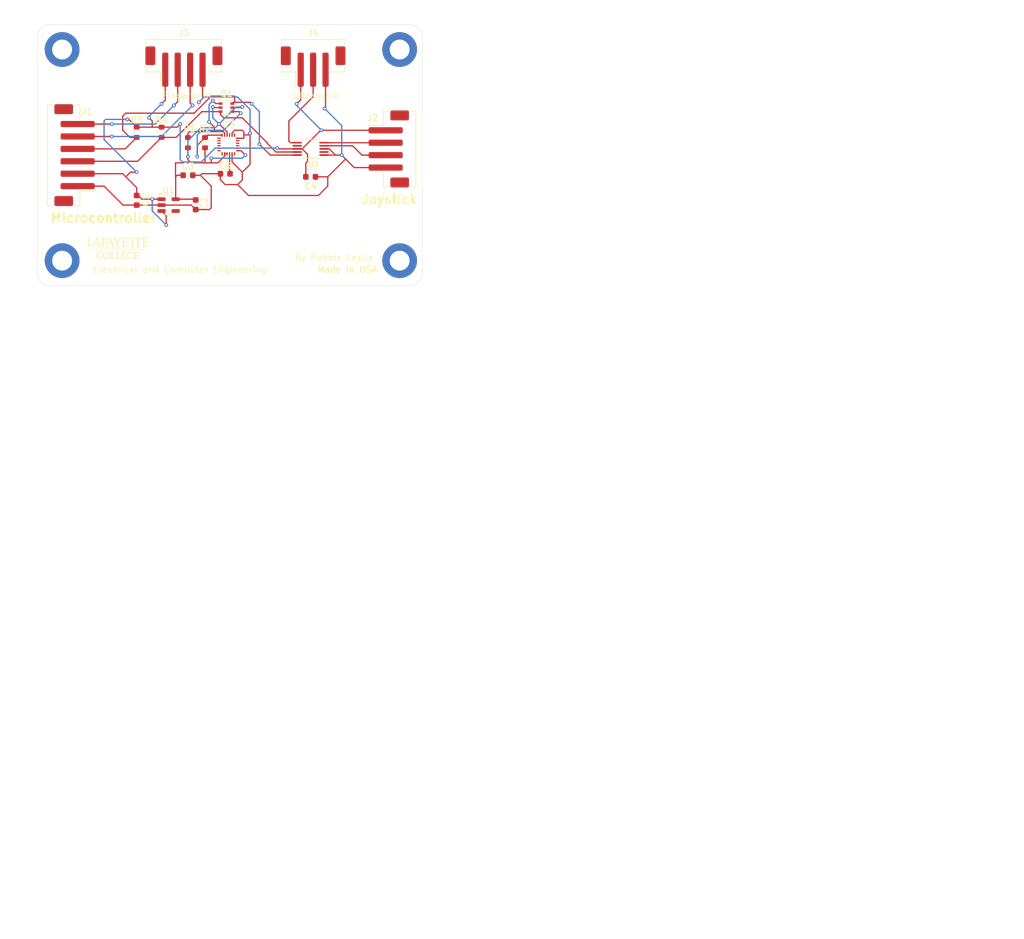
<source format=kicad_pcb>
(kicad_pcb (version 20240108) (generator "pcbnew") (generator_version "8.0")
  (layers (0 "F.Cu" signal) (31 "B.Cu" signal) (34 "B.Paste" user) (35 "F.Paste" user) (36 "B.SilkS" user "B.Silkscreen") (37 "F.SilkS" user "F.Silkscreen") (38 "B.Mask" user) (39 "F.Mask" user) (44 "Edge.Cuts" user))
  (net 0 "")
  (net 1 "/SCL")
  (net 2 "/SDA")
  (net 3 "/A3")
  (net 4 "/A1")
  (net 5 "/A0")
  (net 6 "/A2")
  (net 7 "/GND")
  (net 9 "/3.3V")
  (net 10 "/1.8V")
  (net 11 "Net-(U3-REGOUT)")
  (net 12 "/SCL_1.8V")
  (net 13 "/SDA_1.8V")
  (net 28 "/RX")
  (net 29 "/TX")
  (footprint "Sensor_Motion:InvenSense_QFN-24_3x3mm_P0.4mm" (layer "F.Cu") (at 156.75 66.29)
    (property "Reference" "U3" (at 0 -3.25 0) (layer "F.SilkS"))
    (property "Value" "ICM-20948")
    (pad "1" smd roundrect (at -1.5 -1) (size 0.55 0.2) (layers "F.Cu" "F.Paste" "F.Mask"))
    (pad "2" smd roundrect (at -1.5 -0.6) (size 0.55 0.2) (layers "F.Cu" "F.Paste" "F.Mask"))
    (pad "3" smd roundrect (at -1.5 -0.2) (size 0.55 0.2) (layers "F.Cu" "F.Paste" "F.Mask"))
    (pad "4" smd roundrect (at -1.5 0.2) (size 0.55 0.2) (layers "F.Cu" "F.Paste" "F.Mask"))
    (pad "5" smd roundrect (at -1.5 0.6) (size 0.55 0.2) (layers "F.Cu" "F.Paste" "F.Mask"))
    (pad "6" smd roundrect (at -1.5 1) (size 0.55 0.2) (layers "F.Cu" "F.Paste" "F.Mask"))
    (pad "7" smd roundrect (at -1 1.5 90) (size 0.55 0.2) (layers "F.Cu" "F.Paste" "F.Mask"))
    (pad "8" smd roundrect (at -0.6 1.5 90) (size 0.55 0.2) (layers "F.Cu" "F.Paste" "F.Mask") (net 10 "/1.8V"))
    (pad "9" smd roundrect (at -0.2 1.5 90) (size 0.55 0.2) (layers "F.Cu" "F.Paste" "F.Mask") (net 10 "/1.8V"))
    (pad "10" smd roundrect (at 0.2 1.5 90) (size 0.55 0.2) (layers "F.Cu" "F.Paste" "F.Mask") (net 11 "Net-(U3-REGOUT)"))
    (pad "11" smd roundrect (at 0.6 1.5 90) (size 0.55 0.2) (layers "F.Cu" "F.Paste" "F.Mask") (net 7 "/GND"))
    (pad "12" smd roundrect (at 1 1.5 90) (size 0.55 0.2) (layers "F.Cu" "F.Paste" "F.Mask"))
    (pad "13" smd roundrect (at 1.5 1) (size 0.55 0.2) (layers "F.Cu" "F.Paste" "F.Mask") (net 10 "/1.8V"))
    (pad "14" smd roundrect (at 1.5 0.6) (size 0.55 0.2) (layers "F.Cu" "F.Paste" "F.Mask"))
    (pad "15" smd roundrect (at 1.5 0.2) (size 0.55 0.2) (layers "F.Cu" "F.Paste" "F.Mask"))
    (pad "16" smd roundrect (at 1.5 -0.2) (size 0.55 0.2) (layers "F.Cu" "F.Paste" "F.Mask"))
    (pad "17" smd roundrect (at 1.5 -0.6) (size 0.55 0.2) (layers "F.Cu" "F.Paste" "F.Mask"))
    (pad "18" smd roundrect (at 1.5 -1) (size 0.55 0.2) (layers "F.Cu" "F.Paste" "F.Mask") (net 7 "/GND"))
    (pad "19" smd roundrect (at 1 -1.5 90) (size 0.55 0.2) (layers "F.Cu" "F.Paste" "F.Mask"))
    (pad "20" smd roundrect (at 0.6 -1.5 90) (size 0.55 0.2) (layers "F.Cu" "F.Paste" "F.Mask") (net 7 "/GND"))
    (pad "21" smd roundrect (at 0.2 -1.5 90) (size 0.55 0.2) (layers "F.Cu" "F.Paste" "F.Mask"))
    (pad "22" smd roundrect (at -0.2 -1.5 90) (size 0.55 0.2) (layers "F.Cu" "F.Paste" "F.Mask") (net 10 "/1.8V"))
    (pad "23" smd roundrect (at -0.6 -1.5 90) (size 0.55 0.2) (layers "F.Cu" "F.Paste" "F.Mask") (net 12 "/SCL_1.8V"))
    (pad "24" smd roundrect (at -1 -1.5 90) (size 0.55 0.2) (layers "F.Cu" "F.Paste" "F.Mask") (net 13 "/SDA_1.8V"))
  )
  (footprint "Capacitor_SMD:C_0603_1608Metric" (layer "F.Cu") (at 170 71.5)
    (property "Reference" "C4" (at 0 1.5 0) (layer "F.SilkS"))
    (property "Value" "10uF")
    (pad "1" smd roundrect (at -0.775 0) (size 0.9 0.95) (layers "F.Cu" "F.Paste" "F.Mask") (net 9 "/3.3V"))
    (pad "2" smd roundrect (at 0.775 0) (size 0.9 0.95) (layers "F.Cu" "F.Paste" "F.Mask") (net 7 "/GND"))
  )
  (footprint "Capacitor_SMD:C_0603_1608Metric" (layer "F.Cu") (at 151.5 76 -90)
    (property "Reference" "C2" (at -0.25 -1.43 90) (layer "F.SilkS"))
    (property "Value" "10uF")
    (pad "1" smd roundrect (at -0.775 0 270) (size 0.9 0.95) (layers "F.Cu" "F.Paste" "F.Mask") (net 10 "/1.8V"))
    (pad "2" smd roundrect (at 0.775 0 270) (size 0.9 0.95) (layers "F.Cu" "F.Paste" "F.Mask") (net 7 "/GND"))
  )
  (footprint "Library:SOP50P490X110-10N" (layer "F.Cu") (at 170 67 180)
    (property "Reference" "U2" (at -0.46 -2.508 0) (layer "F.SilkS") (effects (font (size 0.8 0.8))))
    (property "Value" "ADS1115IDGSR")
    (pad "1" smd roundrect (at -2.15 -1 180) (size 1.47 0.28) (layers "F.Cu" "F.Paste" "F.Mask") (roundrect_rratio 0.125) (net 7 "/GND"))
    (pad "2" smd roundrect (at -2.15 -0.5 180) (size 1.47 0.28) (layers "F.Cu" "F.Paste" "F.Mask") (roundrect_rratio 0.125))
    (pad "3" smd roundrect (at -2.15 0 180) (size 1.47 0.28) (layers "F.Cu" "F.Paste" "F.Mask") (roundrect_rratio 0.125) (net 7 "/GND"))
    (pad "4" smd roundrect (at -2.15 0.5 180) (size 1.47 0.28) (layers "F.Cu" "F.Paste" "F.Mask") (roundrect_rratio 0.125) (net 5 "/A0"))
    (pad "5" smd roundrect (at -2.15 1 180) (size 1.47 0.28) (layers "F.Cu" "F.Paste" "F.Mask") (roundrect_rratio 0.125) (net 4 "/A1"))
    (pad "6" smd roundrect (at 2.15 1 180) (size 1.47 0.28) (layers "F.Cu" "F.Paste" "F.Mask") (roundrect_rratio 0.125) (net 6 "/A2"))
    (pad "7" smd roundrect (at 2.15 0.5 180) (size 1.47 0.28) (layers "F.Cu" "F.Paste" "F.Mask") (roundrect_rratio 0.125) (net 3 "/A3"))
    (pad "8" smd roundrect (at 2.15 0 180) (size 1.47 0.28) (layers "F.Cu" "F.Paste" "F.Mask") (roundrect_rratio 0.125) (net 9 "/3.3V"))
    (pad "9" smd roundrect (at 2.15 -0.5 180) (size 1.47 0.28) (layers "F.Cu" "F.Paste" "F.Mask") (roundrect_rratio 0.125) (net 2 "/SDA"))
    (pad "10" smd roundrect (at 2.15 -1 180) (size 1.47 0.28) (layers "F.Cu" "F.Paste" "F.Mask") (roundrect_rratio 0.125) (net 1 "/SCL"))
  )
  (footprint "Resistor_SMD:R_0603_1608Metric" (layer "F.Cu") (at 153 66 90)
    (property "Reference" "R2" (at 2.25 0 180) (layer "F.SilkS"))
    (property "Value" "4.7k")
    (pad "1" smd roundrect (at -0.825 0 90) (size 0.8 0.95) (layers "F.Cu" "F.Paste" "F.Mask") (net 10 "/1.8V"))
    (pad "2" smd roundrect (at 0.825 0 90) (size 0.8 0.95) (layers "F.Cu" "F.Paste" "F.Mask") (net 13 "/SDA_1.8V"))
  )
  (footprint "MountingHole:MountingHole_3.2mm_M3_DIN965_Pad_TopBottom" (layer "F.Cu") (at 184.325 85)
    (property "Reference" "H4" (hide yes))
    (property "Value" "MountingHole")
    (pad "1" thru_hole circle (at 0 0) (size 3.6 3.6) (drill 3.2) (layers "*.Cu" "*.Mask"))
    (pad "1" connect circle (at 0 0) (size 5.6 5.6) (layers "F.Cu" "F.Mask"))
    (pad "1" connect circle (at 0 0) (size 5.6 5.6) (layers "B.Cu" "B.Mask"))
  )
  (footprint "Capacitor_SMD:C_0603_1608Metric" (layer "F.Cu") (at 150.25 71.25)
    (property "Reference" "C3" (at 0 -1.43 0) (layer "F.SilkS"))
    (property "Value" "0.1uF")
    (pad "1" smd roundrect (at -0.775 0) (size 0.9 0.95) (layers "F.Cu" "F.Paste" "F.Mask") (net 10 "/1.8V"))
    (pad "2" smd roundrect (at 0.775 0) (size 0.9 0.95) (layers "F.Cu" "F.Paste" "F.Mask") (net 7 "/GND"))
  )
  (footprint "MountingHole:MountingHole_3.2mm_M3_DIN965_Pad_TopBottom" (layer "F.Cu") (at 184.325 51)
    (property "Reference" "H2" (hide yes))
    (property "Value" "MountingHole")
    (pad "1" thru_hole circle (at 0 0) (size 3.6 3.6) (drill 3.2) (layers "*.Cu" "*.Mask"))
    (pad "1" connect circle (at 0 0) (size 5.6 5.6) (layers "F.Cu" "F.Mask"))
    (pad "1" connect circle (at 0 0) (size 5.6 5.6) (layers "B.Cu" "B.Mask"))
  )
  (footprint "MountingHole:MountingHole_3.2mm_M3_DIN965_Pad_TopBottom" (layer "F.Cu") (at 130 85)
    (property "Reference" "H3" (hide yes))
    (property "Value" "MountingHole")
    (pad "1" thru_hole circle (at 0 0) (size 3.6 3.6) (drill 3.2) (layers "*.Cu" "*.Mask"))
    (pad "1" connect circle (at 0 0) (size 5.6 5.6) (layers "F.Cu" "F.Mask"))
    (pad "1" connect circle (at 0 0) (size 5.6 5.6) (layers "B.Cu" "B.Mask"))
  )
  (footprint "Package_TO_SOT_SMD:SOT-363_SC-70-6" (layer "F.Cu") (at 156.45 60.35)
    (property "Reference" "Q1" (at 0 -2.25 360) (layer "F.SilkS"))
    (property "Value" "~")
    (pad "1" smd roundrect (at -0.95 -0.65) (size 0.65 0.4) (layers "F.Cu" "F.Paste" "F.Mask") (net 12 "/SCL_1.8V"))
    (pad "2" smd roundrect (at -0.95 0) (size 0.65 0.4) (layers "F.Cu" "F.Paste" "F.Mask") (net 10 "/1.8V"))
    (pad "3" smd roundrect (at -0.95 0.65) (size 0.65 0.4) (layers "F.Cu" "F.Paste" "F.Mask") (net 2 "/SDA"))
    (pad "4" smd roundrect (at 0.95 0.65) (size 0.65 0.4) (layers "F.Cu" "F.Paste" "F.Mask") (net 13 "/SDA_1.8V"))
    (pad "5" smd roundrect (at 0.95 0) (size 0.65 0.4) (layers "F.Cu" "F.Paste" "F.Mask") (net 10 "/1.8V"))
    (pad "6" smd roundrect (at 0.95 -0.65) (size 0.65 0.4) (layers "F.Cu" "F.Paste" "F.Mask") (net 1 "/SCL"))
  )
  (footprint "LOGO" (layer "F.Cu") (at 139 83)
    (property "Reference" "G***" (hide yes))
    (property "Value" "LOGO" (hide yes))
  )
  (footprint "Resistor_SMD:R_0603_1608Metric" (layer "F.Cu") (at 146 64.325 90)
    (property "Reference" "R4" (at 2 0 180) (layer "F.SilkS"))
    (property "Value" "4.7k")
    (pad "1" smd roundrect (at -0.825 0 90) (size 0.8 0.95) (layers "F.Cu" "F.Paste" "F.Mask") (net 2 "/SDA"))
    (pad "2" smd roundrect (at 0.825 0 90) (size 0.8 0.95) (layers "F.Cu" "F.Paste" "F.Mask") (net 9 "/3.3V"))
  )
  (footprint "Resistor_SMD:R_0603_1608Metric" (layer "F.Cu") (at 150.25 66 90)
    (property "Reference" "R1" (at 2.25 0.25 180) (layer "F.SilkS"))
    (property "Value" "4.7k")
    (pad "1" smd roundrect (at -0.825 0 90) (size 0.8 0.95) (layers "F.Cu" "F.Paste" "F.Mask") (net 10 "/1.8V"))
    (pad "2" smd roundrect (at 0.825 0 90) (size 0.8 0.95) (layers "F.Cu" "F.Paste" "F.Mask") (net 12 "/SCL_1.8V"))
  )
  (footprint "Package_TO_SOT_SMD:SOT-23-5" (layer "F.Cu") (at 147.1375 76.05)
    (property "Reference" "U1" (at 0 -2.4 0) (layer "F.SilkS"))
    (property "Value" "MIC5225-1.8YM5-TR")
    (pad "1" smd roundrect (at -1.1375 -0.95) (size 1.325 0.6) (layers "F.Cu" "F.Paste" "F.Mask") (net 9 "/3.3V"))
    (pad "2" smd roundrect (at -1.1375 0) (size 1.325 0.6) (layers "F.Cu" "F.Paste" "F.Mask") (net 7 "/GND"))
    (pad "3" smd roundrect (at -1.1375 0.95) (size 1.325 0.6) (layers "F.Cu" "F.Paste" "F.Mask") (net 9 "/3.3V"))
    (pad "4" smd roundrect (at 1.1375 0.95) (size 1.325 0.6) (layers "F.Cu" "F.Paste" "F.Mask"))
    (pad "5" smd roundrect (at 1.1375 -0.95) (size 1.325 0.6) (layers "F.Cu" "F.Paste" "F.Mask") (net 10 "/1.8V"))
  )
  (footprint "Connector_JST:JST_PH_B3B-PH-SM4-TB_1x03-1MP_P2.00mm_Vertical" (layer "F.Cu") (at 170.4 53.75)
    (property "Reference" "J4" (at 0 -5.45 0) (layer "F.SilkS"))
    (property "Value" "JST B3B-PH-SM4-TB")
    (pad "1" smd roundrect (at -2 0.5) (size 1 5.5) (layers "F.Cu" "F.Paste" "F.Mask") (net 9 "/3.3V"))
    (pad "2" smd roundrect (at 0 0.5) (size 1 5.5) (layers "F.Cu" "F.Paste" "F.Mask") (net 6 "/A2"))
    (pad "3" smd roundrect (at 2 0.5) (size 1 5.5) (layers "F.Cu" "F.Paste" "F.Mask") (net 7 "/GND"))
    (pad "MP" smd roundrect (at -4.4 -1.75) (size 1.6 3) (layers "F.Cu" "F.Paste" "F.Mask") (roundrect_rratio 0.15625))
    (pad "MP" smd roundrect (at 4.4 -1.75) (size 1.6 3) (layers "F.Cu" "F.Paste" "F.Mask") (roundrect_rratio 0.15625))
  )
  (footprint "Capacitor_SMD:C_0603_1608Metric" (layer "F.Cu") (at 156.25 71 180)
    (property "Reference" "C5" (at 0 1.27 360) (layer "F.SilkS"))
    (property "Value" "0.1uF")
    (pad "1" smd roundrect (at -0.775 0 180) (size 0.9 0.95) (layers "F.Cu" "F.Paste" "F.Mask") (net 11 "Net-(U3-REGOUT)"))
    (pad "2" smd roundrect (at 0.775 0 180) (size 0.9 0.95) (layers "F.Cu" "F.Paste" "F.Mask") (net 7 "/GND"))
  )
  (footprint "MountingHole:MountingHole_3.2mm_M3_DIN965_Pad_TopBottom" (layer "F.Cu") (at 130 51)
    (property "Reference" "H1" (hide yes))
    (property "Value" "MountingHole")
    (pad "1" thru_hole circle (at 0 0) (size 3.6 3.6) (drill 3.2) (layers "*.Cu" "*.Mask"))
    (pad "1" connect circle (at 0 0) (size 5.6 5.6) (layers "F.Cu" "F.Mask"))
    (pad "1" connect circle (at 0 0) (size 5.6 5.6) (layers "B.Cu" "B.Mask"))
  )
  (footprint "Connector_JST:JST_PH_B6B-PH-SM4-TB_1x06-1MP_P2.00mm_Vertical" (layer "F.Cu") (at 132 68 90)
    (property "Reference" "J1" (at 7 2 180) (layer "F.SilkS"))
    (property "Value" "JST B6B-PH-SM4-TB")
    (pad "1" smd roundrect (at -5 0.5 90) (size 1 5.5) (layers "F.Cu" "F.Paste" "F.Mask") (net 7 "/GND"))
    (pad "2" smd roundrect (at -3 0.5 90) (size 1 5.5) (layers "F.Cu" "F.Paste" "F.Mask") (net 9 "/3.3V"))
    (pad "3" smd roundrect (at -1 0.5 90) (size 1 5.5) (layers "F.Cu" "F.Paste" "F.Mask") (net 2 "/SDA"))
    (pad "4" smd roundrect (at 1 0.5 90) (size 1 5.5) (layers "F.Cu" "F.Paste" "F.Mask") (net 1 "/SCL"))
    (pad "5" smd roundrect (at 3 0.5 90) (size 1 5.5) (layers "F.Cu" "F.Paste" "F.Mask") (net 28 "/RX"))
    (pad "6" smd roundrect (at 5 0.5 90) (size 1 5.5) (layers "F.Cu" "F.Paste" "F.Mask") (net 29 "/TX"))
    (pad "MP" smd roundrect (at -7.4 -1.75 90) (size 1.6 3) (layers "F.Cu" "F.Paste" "F.Mask") (roundrect_rratio 0.15625))
    (pad "MP" smd roundrect (at 7.4 -1.75 90) (size 1.6 3) (layers "F.Cu" "F.Paste" "F.Mask") (roundrect_rratio 0.15625))
  )
  (footprint "Resistor_SMD:R_0603_1608Metric" (layer "F.Cu") (at 142 64.325 90)
    (property "Reference" "R3" (at 2 0 180) (layer "F.SilkS"))
    (property "Value" "4.7k")
    (pad "1" smd roundrect (at -0.825 0 90) (size 0.8 0.95) (layers "F.Cu" "F.Paste" "F.Mask") (net 1 "/SCL"))
    (pad "2" smd roundrect (at 0.825 0 90) (size 0.8 0.95) (layers "F.Cu" "F.Paste" "F.Mask") (net 9 "/3.3V"))
  )
  (footprint "Connector_JST:JST_PH_B4B-PH-SM4-TB_1x04-1MP_P2.00mm_Vertical" (layer "F.Cu") (at 149.6 53.75)
    (property "Reference" "J3" (at 0 -5.45 0) (layer "F.SilkS"))
    (property "Value" "JST B4B-PH-SM4-TB")
    (pad "1" smd roundrect (at -3 0.5) (size 1 5.5) (layers "F.Cu" "F.Paste" "F.Mask") (net 9 "/3.3V"))
    (pad "2" smd roundrect (at -1 0.5) (size 1 5.5) (layers "F.Cu" "F.Paste" "F.Mask") (net 29 "/TX"))
    (pad "3" smd roundrect (at 1 0.5) (size 1 5.5) (layers "F.Cu" "F.Paste" "F.Mask") (net 28 "/RX"))
    (pad "4" smd roundrect (at 3 0.5) (size 1 5.5) (layers "F.Cu" "F.Paste" "F.Mask") (net 7 "/GND"))
    (pad "MP" smd roundrect (at -5.4 -1.75) (size 1.6 3) (layers "F.Cu" "F.Paste" "F.Mask") (roundrect_rratio 0.15625))
    (pad "MP" smd roundrect (at 5.4 -1.75) (size 1.6 3) (layers "F.Cu" "F.Paste" "F.Mask") (roundrect_rratio 0.15625))
  )
  (footprint "Connector_JST:JST_PH_B4B-PH-SM4-TB_1x04-1MP_P2.00mm_Vertical" (layer "F.Cu") (at 182.575 67.01 -90)
    (property "Reference" "J2" (at -5.01 2.575 180) (layer "F.SilkS"))
    (property "Value" "JST B4B-PH-SM4-TB")
    (pad "1" smd roundrect (at -3 0.5 270) (size 1 5.5) (layers "F.Cu" "F.Paste" "F.Mask") (net 9 "/3.3V"))
    (pad "2" smd roundrect (at -1 0.5 270) (size 1 5.5) (layers "F.Cu" "F.Paste" "F.Mask") (net 4 "/A1"))
    (pad "3" smd roundrect (at 1 0.5 270) (size 1 5.5) (layers "F.Cu" "F.Paste" "F.Mask") (net 5 "/A0"))
    (pad "4" smd roundrect (at 3 0.5 270) (size 1 5.5) (layers "F.Cu" "F.Paste" "F.Mask") (net 7 "/GND"))
    (pad "MP" smd roundrect (at -5.4 -1.75 270) (size 1.6 3) (layers "F.Cu" "F.Paste" "F.Mask") (roundrect_rratio 0.15625))
    (pad "MP" smd roundrect (at 5.4 -1.75 270) (size 1.6 3) (layers "F.Cu" "F.Paste" "F.Mask") (roundrect_rratio 0.15625))
  )
  (footprint "Capacitor_SMD:C_0603_1608Metric" (layer "F.Cu") (at 142 75.275 -90)
    (property "Reference" "C1" (at 0 -1.43 90) (layer "F.SilkS"))
    (property "Value" "10uF")
    (pad "1" smd roundrect (at -0.775 0 270) (size 0.9 0.95) (layers "F.Cu" "F.Paste" "F.Mask") (net 9 "/3.3V"))
    (pad "2" smd roundrect (at 0.775 0 270) (size 0.9 0.95) (layers "F.Cu" "F.Paste" "F.Mask") (net 7 "/GND"))
  )
  (gr_arc (start 126 49) (mid 126.585786 47.585786) (end 128 47) (stroke (width 0.05)) (layer "Edge.Cuts"))
  (gr_line (start 128 47) (end 134 47) (stroke (width 0.05)) (layer "Edge.Cuts"))
  (gr_line (start 128 89) (end 186 89) (stroke (width 0.05)) (layer "Edge.Cuts"))
  (gr_arc (start 188 87) (mid 187.414214 88.414214) (end 186 89) (stroke (width 0.05)) (layer "Edge.Cuts"))
  (gr_line (start 134 47) (end 186 47) (stroke (width 0.05)) (layer "Edge.Cuts"))
  (gr_line (start 126 49) (end 126 87) (stroke (width 0.05)) (layer "Edge.Cuts"))
  (gr_arc (start 186 47) (mid 187.414214 47.585786) (end 188 49) (stroke (width 0.05)) (layer "Edge.Cuts"))
  (gr_line (start 188 49) (end 188 87) (stroke (width 0.05)) (layer "Edge.Cuts"))
  (gr_arc (start 128 89) (mid 126.585786 88.414214) (end 126 87) (stroke (width 0.05)) (layer "Edge.Cuts"))
  (gr_text "Joystick" (at 178 76 0) (layer "F.SilkS") (effects (font (size 1.5 1.5) (thickness 0.3) (bold yes)) (justify left bottom)))
  (gr_text "By Robbie Leslie" (at 167.38 85.08 0) (layer "F.SilkS") (effects (font (size 1 1) (thickness 0.1)) (justify left bottom)))
  (gr_text "Electrical and Computer Engineering" (at 135 87 0) (layer "F.SilkS") (effects (font (size 1 1) (thickness 0.1)) (justify left bottom)))
  (gr_text "Ultrasonic" (at 167 59 0) (layer "F.SilkS") (effects (font (size 1 1) (thickness 0.1)) (justify left bottom)))
  (gr_text "Made in USA" (at 171 87 0) (layer "F.SilkS") (effects (font (size 1 1)) (justify left bottom)))
  (gr_text "Microcontroller" (at 128 79 0) (layer "F.SilkS") (effects (font (size 1.5 1.5) (thickness 0.3) (bold yes)) (justify left bottom)))
  (gr_text "Fingerprint" (at 146 59 0) (layer "F.SilkS") (effects (font (size 1 1) (thickness 0.1)) (justify left bottom)))
  (segment (start 157.75 58.5) (end 154 58.5) (width 0.2) (layer "F.Cu") (net 1))
  (segment (start 140.25 61.25) (end 139.75 61.75) (width 0.2) (layer "F.Cu") (net 1))
  (segment (start 163.5 68) (end 167.85 68) (width 0.2) (layer "F.Cu") (net 1))
  (segment (start 161.75 66.25) (end 163.5 68) (width 0.2) (layer "F.Cu") (net 1))
  (segment (start 157.6 59.5) (end 160.25 59.5) (width 0.2) (layer "F.Cu") (net 1))
  (segment (start 157.75 59.35) (end 157.75 58.5) (width 0.2) (layer "F.Cu") (net 1))
  (segment (start 157.4 59.7) (end 157.75 59.35) (width 0.2) (layer "F.Cu") (net 1))
  (segment (start 151.25 61.25) (end 140.25 61.25) (width 0.2) (layer "F.Cu") (net 1))
  (segment (start 139.75 64) (end 140.9 65.15) (width 0.2) (layer "F.Cu") (net 1))
  (segment (start 142 65.15) (end 140.15 67) (width 0.2) (layer "F.Cu") (net 1))
  (segment (start 139.75 61.75) (end 139.75 64) (width 0.2) (layer "F.Cu") (net 1))
  (segment (start 140.15 67) (end 132.5 67) (width 0.2) (layer "F.Cu") (net 1))
  (segment (start 154 58.5) (end 151.25 61.25) (width 0.2) (layer "F.Cu") (net 1))
  (segment (start 160.25 59.5) (end 160.5 59.75) (width 0.2) (layer "F.Cu") (net 1))
  (segment (start 140.9 65.15) (end 142 65.15) (width 0.2) (layer "F.Cu") (net 1))
  (segment (start 157.4 59.7) (end 157.6 59.5) (width 0.2) (layer "F.Cu") (net 1))
  (via (at 161.75 66.25) (size 0.6) (drill 0.3) (layers "F.Cu" "B.Cu") (net 1))
  (via (at 160.5 59.75) (size 0.6) (drill 0.3) (layers "F.Cu" "B.Cu") (net 1))
  (segment (start 161.75 66.25) (end 161.75 61) (width 0.2) (layer "B.Cu") (net 1))
  (segment (start 161.75 61) (end 160.5 59.75) (width 0.2) (layer "B.Cu") (net 1))
  (segment (start 142.15 69) (end 132.5 69) (width 0.2) (layer "F.Cu") (net 2))
  (segment (start 164.401471 67.5) (end 167.85 67.5) (width 0.2) (layer "F.Cu") (net 2))
  (segment (start 152.5 61) (end 155.5 61) (width 0.2) (layer "F.Cu") (net 2))
  (segment (start 163 66) (end 159 62) (width 0.2) (layer "F.Cu") (net 2))
  (segment (start 163 66.098529) (end 164.401471 67.5) (width 0.2) (layer "F.Cu") (net 2))
  (segment (start 159 62) (end 156 62) (width 0.2) (layer "F.Cu") (net 2))
  (segment (start 156 62) (end 155.5 61.5) (width 0.2) (layer "F.Cu") (net 2))
  (segment (start 155.5 61.5) (end 155.5 61) (width 0.2) (layer "F.Cu") (net 2))
  (segment (start 163 66) (end 163 66.098529) (width 0.2) (layer "F.Cu") (net 2))
  (segment (start 146 65.15) (end 148.35 65.15) (width 0.2) (layer "F.Cu") (net 2))
  (segment (start 146 65.15) (end 142.15 69) (width 0.2) (layer "F.Cu") (net 2))
  (segment (start 148.35 65.15) (end 152.5 61) (width 0.2) (layer "F.Cu") (net 2))
  (segment (start 172.16 66.01) (end 172.15 66) (width 0.2) (layer "F.Cu") (net 4))
  (segment (start 182.075 66.01) (end 172.16 66.01) (width 0.2) (layer "F.Cu") (net 4))
  (segment (start 172.15 66.5) (end 176.75 66.5) (width 0.2) (layer "F.Cu") (net 5))
  (segment (start 176.75 66.5) (end 178.26 68.01) (width 0.2) (layer "F.Cu") (net 5))
  (segment (start 178.26 68.01) (end 182.075 68.01) (width 0.2) (layer "F.Cu") (net 5))
  (segment (start 167.85 66) (end 166.75 66) (width 0.2) (layer "F.Cu") (net 6))
  (segment (start 166.5 65.75) (end 166.5 62.5) (width 0.2) (layer "F.Cu") (net 6))
  (segment (start 166.5 62.5) (end 170.4 58.6) (width 0.2) (layer "F.Cu") (net 6))
  (segment (start 170.4 58.6) (end 170.4 54.25) (width 0.2) (layer "F.Cu") (net 6))
  (segment (start 166.75 66) (end 166.5 65.75) (width 0.2) (layer "F.Cu") (net 6))
  (segment (start 153.725 76.775) (end 151.5 76.775) (width 0.2) (layer "F.Cu") (net 7))
  (segment (start 136.75 73) (end 132.5 73) (width 0.2) (layer "F.Cu") (net 7))
  (segment (start 152.5 71) (end 152.25 71.25) (width 0.2) (layer "F.Cu") (net 7))
  (segment (start 172.75 71.5) (end 175.625 68.625) (width 0.2) (layer "F.Cu") (net 7))
  (segment (start 172.75 73) (end 171.25 74.5) (width 0.2) (layer "F.Cu") (net 7))
  (segment (start 159.21 65.29) (end 159.25 65.25) (width 0.2) (layer "F.Cu") (net 7))
  (segment (start 159 72) (end 158.25 72.75) (width 0.2) (layer "F.Cu") (net 7))
  (segment (start 159 70.75) (end 159 72) (width 0.2) (layer "F.Cu") (net 7))
  (segment (start 158.25 65.29) (end 159.21 65.29) (width 0.2) (layer "F.Cu") (net 7))
  (segment (start 159.25 65.25) (end 159.25 64.75) (width 0.2) (layer "F.Cu") (net 7))
  (segment (start 157.35 67.79) (end 157.35 69.1) (width 0.2) (layer "F.Cu") (net 7))
  (segment (start 154 76.5) (end 153.725 76.775) (width 0.2) (layer "F.Cu") (net 7))
  (segment (start 159.25 64.25) (end 159 64) (width 0.2) (layer "F.Cu") (net 7))
  (segment (start 172.15 67) (end 173 67) (width 0.2) (layer "F.Cu") (net 7))
  (segment (start 159.25 64.75) (end 160 64.75) (width 0.2) (layer "F.Cu") (net 7))
  (segment (start 159.25 64.75) (end 159.25 64.25) (width 0.2) (layer "F.Cu") (net 7))
  (segment (start 158.25 72.75) (end 156.25 72.75) (width 0.2) (layer "F.Cu") (net 7))
  (segment (start 160 74.5) (end 158.25 72.75) (width 0.2) (layer "F.Cu") (net 7))
  (segment (start 155.475 71) (end 152.5 71) (width 0.2) (layer "F.Cu") (net 7))
  (segment (start 152.6 58.9) (end 152 59.5) (width 0.2) (layer "F.Cu") (net 7))
  (segment (start 159 64) (end 157.76864 64) (width 0.2) (layer "F.Cu") (net 7))
  (segment (start 157.35 64.41864) (end 157.35 64.79) (width 0.2) (layer "F.Cu") (net 7))
  (segment (start 160.25 69.5) (end 159 70.75) (width 0.2) (layer "F.Cu") (net 7))
  (segment (start 172.15 68) (end 174 68) (width 0.2) (layer "F.Cu") (net 7))
  (segment (start 152.25 71.25) (end 154 73) (width 0.2) (layer "F.Cu") (net 7))
  (segment (start 173 67) (end 174 68) (width 0.2) (layer "F.Cu") (net 7))
  (segment (start 152.6 54.25) (end 152.6 58.9) (width 0.2) (layer "F.Cu") (net 7))
  (segment (start 160.25 64.5) (end 160.25 69.5) (width 0.2) (layer "F.Cu") (net 7))
  (segment (start 171.25 74.5) (end 160 74.5) (width 0.2) (layer "F.Cu") (net 7))
  (segment (start 175 68) (end 175.625 68.625) (width 0.2) (layer "F.Cu") (net 7))
  (segment (start 157.76864 64) (end 157.35 64.41864) (width 0.2) (layer "F.Cu") (net 7))
  (segment (start 175.625 68.625) (end 177.01 70.01) (width 0.2) (layer "F.Cu") (net 7))
  (segment (start 174 68) (end 175 68) (width 0.2) (layer "F.Cu") (net 7))
  (segment (start 146 76.05) (end 150.775 76.05) (width 0.2) (layer "F.Cu") (net 7))
  (segment (start 156.25 72.75) (end 155.475 71.975) (width 0.2) (layer "F.Cu") (net 7))
  (segment (start 142 76.05) (end 139.8 76.05) (width 0.2) (layer "F.Cu") (net 7))
  (segment (start 157.35 69.1) (end 159 70.75) (width 0.2) (layer "F.Cu") (net 7))
  (segment (start 177.01 70.01) (end 182.075 70.01) (width 0.2) (layer "F.Cu") (net 7))
  (segment (start 151.025 71.25) (end 152.25 71.25) (width 0.2) (layer "F.Cu") (net 7))
  (segment (start 160 64.75) (end 160.25 64.5) (width 0.2) (layer "F.Cu") (net 7))
  (segment (start 172.75 71.5) (end 172.75 73) (width 0.2) (layer "F.Cu") (net 7))
  (segment (start 150.775 76.05) (end 151.5 76.775) (width 0.2) (layer "F.Cu") (net 7))
  (segment (start 172.4 60.35) (end 172.25 60.5) (width 0.2) (layer "F.Cu") (net 7))
  (segment (start 139.8 76.05) (end 136.75 73) (width 0.2) (layer "F.Cu") (net 7))
  (segment (start 172.4 54.25) (end 172.4 60.35) (width 0.2) (layer "F.Cu") (net 7))
  (segment (start 154 73) (end 154 76.5) (width 0.2) (layer "F.Cu") (net 7))
  (segment (start 170.775 71.5) (end 172.75 71.5) (width 0.2) (layer "F.Cu") (net 7))
  (segment (start 155.475 71.975) (end 155.475 71) (width 0.2) (layer "F.Cu") (net 7))
  (segment (start 146 76.05) (end 142 76.05) (width 0.2) (layer "F.Cu") (net 7))
  (via (at 152 59.5) (size 0.6) (drill 0.3) (layers "F.Cu" "B.Cu") (net 7))
  (via (at 160.25 64.5) (size 0.6) (drill 0.3) (layers "F.Cu" "B.Cu") (net 7))
  (via (at 172.25 60.5) (size 0.6) (drill 0.3) (layers "F.Cu" "B.Cu") (net 7))
  (via (at 175 68) (size 0.6) (drill 0.3) (layers "F.Cu" "B.Cu") (net 7))
  (segment (start 175 63.25) (end 175 68) (width 0.2) (layer "B.Cu") (net 7))
  (segment (start 152.85 58.65) (end 158.248529 58.65) (width 0.2) (layer "B.Cu") (net 7))
  (segment (start 160.25 60.651471) (end 160.25 64.5) (width 0.2) (layer "B.Cu") (net 7))
  (segment (start 172.25 60.5) (end 175 63.25) (width 0.2) (layer "B.Cu") (net 7))
  (segment (start 158.248529 58.65) (end 160.25 60.651471) (width 0.2) (layer "B.Cu") (net 7))
  (segment (start 152 59.5) (end 152.85 58.65) (width 0.2) (layer "B.Cu") (net 7))
  (segment (start 144.5 63.5) (end 146 63.5) (width 0.2) (layer "F.Cu") (net 9))
  (segment (start 146 77) (end 146.75 77.75) (width 0.2) (layer "F.Cu") (net 9))
  (segment (start 168.629732 67) (end 167.85 67) (width 0.2) (layer "F.Cu") (net 9))
  (segment (start 142 63.5) (end 144.5 63.5) (width 0.2) (layer "F.Cu") (net 9))
  (segment (start 169.5 67.870268) (end 169.5 69) (width 0.2) (layer "F.Cu") (net 9))
  (segment (start 164.625 66.875) (end 164.5 66.75) (width 0.2) (layer "F.Cu") (net 9))
  (segment (start 132.5 71) (end 139.75 71) (width 0.2) (layer "F.Cu") (net 9))
  (segment (start 171.75 64.01) (end 171.619732 64.01) (width 0.2) (layer "F.Cu") (net 9))
  (segment (start 167.85 67) (end 164.75 67) (width 0.2) (layer "F.Cu") (net 9))
  (segment (start 140.25 71.5) (end 142 73.25) (width 0.2) (layer "F.Cu") (net 9))
  (segment (start 142 63.5) (end 140.75 62.25) (width 0.2) (layer "F.Cu") (net 9))
  (segment (start 144.5 63.5) (end 144.5 62.5) (width 0.2) (layer "F.Cu") (net 9))
  (segment (start 148.5 63.5) (end 146 63.5) (width 0.2) (layer "F.Cu") (net 9))
  (segment (start 168.4 54.25) (end 168.4 59.1) (width 0.2) (layer "F.Cu") (net 9))
  (segment (start 140.75 62.25) (end 140.5 62.25) (width 0.2) (layer "F.Cu") (net 9))
  (segment (start 171.619732 64.01) (end 168.629732 67) (width 0.2) (layer "F.Cu") (net 9))
  (segment (start 146.6 59.15) (end 146 59.75) (width 0.2) (layer "F.Cu") (net 9))
  (segment (start 142 73.25) (end 142 74.5) (width 0.2) (layer "F.Cu") (net 9))
  (segment (start 146.6 54.25) (end 146.6 59.15) (width 0.2) (layer "F.Cu") (net 9))
  (segment (start 169.5 69) (end 169.225 69.275) (width 0.2) (layer "F.Cu") (net 9))
  (segment (start 141 70.75) (end 142 70.75) (width 0.2) (layer "F.Cu") (net 9))
  (segment (start 142.25 74.5) (end 142.85 75.1) (width 0.2) (layer "F.Cu") (net 9))
  (segment (start 142 74.5) (end 142.25 74.5) (width 0.2) (layer "F.Cu") (net 9))
  (segment (start 168.629732 67) (end 169.5 67.870268) (width 0.2) (layer "F.Cu") (net 9))
  (segment (start 146.75 77.75) (end 146.75 79.25) (width 0.2) (layer "F.Cu") (net 9))
  (segment (start 142.85 75.1) (end 144.5 75.1) (width 0.2) (layer "F.Cu") (net 9))
  (segment (start 149 63) (end 148.5 63.5) (width 0.2) (layer "F.Cu") (net 9))
  (segment (start 140.25 71.5) (end 141 70.75) (width 0.2) (layer "F.Cu") (net 9))
  (segment (start 168.4 59.1) (end 167.75 59.75) (width 0.2) (layer "F.Cu") (net 9))
  (segment (start 144.5 75.1) (end 146 75.1) (width 0.2) (layer "F.Cu") (net 9))
  (segment (start 182.075 64.01) (end 171.75 64.01) (width 0.2) (layer "F.Cu") (net 9))
  (segment (start 169.225 69.275) (end 169.225 71.5) (width 0.2) (layer "F.Cu") (net 9))
  (segment (start 144.5 62.5) (end 144 62) (width 0.2) (layer "F.Cu") (net 9))
  (segment (start 164.75 67) (end 164.625 66.875) (width 0.2) (layer "F.Cu") (net 9))
  (segment (start 139.75 71) (end 140.25 71.5) (width 0.2) (layer "F.Cu") (net 9))
  (via (at 167.75 59.75) (size 0.6) (drill 0.3) (layers "F.Cu" "B.Cu") (net 9))
  (via (at 171.75 64.01) (size 0.6) (drill 0.3) (layers "F.Cu" "B.Cu") (net 9))
  (via (at 144.5 75.1) (size 0.6) (drill 0.3) (layers "F.Cu" "B.Cu") (net 9))
  (via (at 146 59.75) (size 0.6) (drill 0.3) (layers "F.Cu" "B.Cu") (net 9))
  (via (at 149 63) (size 0.6) (drill 0.3) (layers "F.Cu" "B.Cu") (net 9))
  (via (at 146.75 79.25) (size 0.6) (drill 0.3) (layers "F.Cu" "B.Cu") (net 9))
  (via (at 164.625 66.875) (size 0.6) (drill 0.3) (layers "F.Cu" "B.Cu") (net 9))
  (via (at 140.5 62.25) (size 0.6) (drill 0.3) (layers "F.Cu" "B.Cu") (net 9))
  (via (at 144 62) (size 0.6) (drill 0.3) (layers "F.Cu" "B.Cu") (net 9))
  (via (at 142 70.75) (size 0.6) (drill 0.3) (layers "F.Cu" "B.Cu") (net 9))
  (segment (start 149 68.75) (end 149.35 69.1) (width 0.2) (layer "B.Cu") (net 9))
  (segment (start 152.4 69.1) (end 154.625 66.875) (width 0.2) (layer "B.Cu") (net 9))
  (segment (start 140.5 62.25) (end 137 62.25) (width 0.2) (layer "B.Cu") (net 9))
  (segment (start 137 62.25) (end 136.75 62.5) (width 0.2) (layer "B.Cu") (net 9))
  (segment (start 154.625 66.875) (end 164.625 66.875) (width 0.2) (layer "B.Cu") (net 9))
  (segment (start 144 61.75) (end 144 62) (width 0.2) (layer "B.Cu") (net 9))
  (segment (start 167.75 59.75) (end 167.75 60.01) (width 0.2) (layer "B.Cu") (net 9))
  (segment (start 149.35 69.1) (end 152.4 69.1) (width 0.2) (layer "B.Cu") (net 9))
  (segment (start 136.75 65.5) (end 142 70.75) (width 0.2) (layer "B.Cu") (net 9))
  (segment (start 136.75 62.5) (end 136.75 65.5) (width 0.2) (layer "B.Cu") (net 9))
  (segment (start 144.5 77) (end 144.5 75.1) (width 0.2) (layer "B.Cu") (net 9))
  (segment (start 146 59.75) (end 144 61.75) (width 0.2) (layer "B.Cu") (net 9))
  (segment (start 167.75 60.01) (end 171.75 64.01) (width 0.2) (layer "B.Cu") (net 9))
  (segment (start 149 63) (end 149 68.75) (width 0.2) (layer "B.Cu") (net 9))
  (segment (start 146.75 79.25) (end 144.5 77) (width 0.2) (layer "B.Cu") (net 9))
  (segment (start 148.275 71.475) (end 148.5 71.25) (width 0.2) (layer "F.Cu") (net 10))
  (segment (start 150.25 68.75) (end 150.75 69.25) (width 0.2) (layer "F.Cu") (net 10))
  (segment (start 148.25 71.45) (end 148.275 71.475) (width 0.2) (layer "F.Cu") (net 10))
  (segment (start 158.25 67.29) (end 158.79 67.29) (width 0.2) (layer "F.Cu") (net 10))
  (segment (start 158.9 60.35) (end 159 60.25) (width 0.2) (layer "F.Cu") (net 10))
  (segment (start 148.275 75.1) (end 151.375 75.1) (width 0.2) (layer "F.Cu") (net 10))
  (segment (start 150.75 69.25) (end 148.25 69.25) (width 0.2) (layer "F.Cu") (net 10))
  (segment (start 150.25 66.825) (end 150.25 68.25) (width 0.2) (layer "F.Cu") (net 10))
  (segment (start 150.25 68.25) (end 150.25 68.75) (width 0.2) (layer "F.Cu") (net 10))
  (segment (start 153 69) (end 152.75 69.25) (width 0.2) (layer "F.Cu") (net 10))
  (segment (start 155.5 60.35) (end 154.35 60.35) (width 0.2) (layer "F.Cu") (net 10))
  (segment (start 152.75 69.25) (end 150.75 69.25) (width 0.2) (layer "F.Cu") (net 10))
  (segment (start 151.375 75.1) (end 151.5 75.225) (width 0.2) (layer "F.Cu") (net 10))
  (segment (start 154 69.25) (end 154 68.5) (width 0.2) (layer "F.Cu") (net 10))
  (segment (start 148.5 71.25) (end 149.475 71.25) (width 0.2) (layer "F.Cu") (net 10))
  (segment (start 158.79 67.29) (end 159.5 68) (width 0.2) (layer "F.Cu") (net 10))
  (segment (start 148.25 69.25) (end 148.25 71.45) (width 0.2) (layer "F.Cu") (net 10))
  (segment (start 155.06136 69.25) (end 154 69.25) (width 0.2) (layer "F.Cu") (net 10))
  (segment (start 156.55 64.252954) (end 155.297046 63) (width 0.2) (layer "F.Cu") (net 10))
  (segment (start 156.55 64.79) (end 156.55 64.252954) (width 0.2) (layer "F.Cu") (net 10))
  (segment (start 154 69.25) (end 152.75 69.25) (width 0.2) (layer "F.Cu") (net 10))
  (segment (start 154.35 60.35) (end 154.25 60.25) (width 0.2) (layer "F.Cu") (net 10))
  (segment (start 156.15 68.16136) (end 155.06136 69.25) (width 0.2) (layer "F.Cu") (net 10))
  (segment (start 157.4 60.35) (end 158.9 60.35) (width 0.2) (layer "F.Cu") (net 10))
  (segment (start 148.275 75.1) (end 148.275 71.475) (width 0.2) (layer "F.Cu") (net 10))
  (segment (start 155.297046 63) (end 155.25 63) (width 0.2) (layer "F.Cu") (net 10))
  (segment (start 156.55 67.79) (end 156.15 67.79) (width 0.2) (layer "F.Cu") (net 10))
  (segment (start 156.15 67.79) (end 156.15 68.16136) (width 0.2) (layer "F.Cu") (net 10))
  (segment (start 153 66.825) (end 153 69) (width 0.2) (layer "F.Cu") (net 10))
  (via (at 154 68.5) (size 0.6) (drill 0.3) (layers "F.Cu" "B.Cu") (net 10))
  (via (at 150.25 68.25) (size 0.6) (drill 0.3) (layers "F.Cu" "B.Cu") (net 10))
  (via (at 159.5 68) (size 0.6) (drill 0.3) (layers "F.Cu" "B.Cu") (net 10))
  (via (at 154.25 60.25) (size 0.6) (drill 0.3) (layers "F.Cu" "B.Cu") (net 10))
  (via (at 155.25 63) (size 0.6) (drill 0.3) (layers "F.Cu" "B.Cu") (net 10))
  (via (at 159 60.25) (size 0.6) (drill 0.3) (layers "F.Cu" "B.Cu") (net 10))
  (segment (start 158 60.25) (end 159 60.25) (width 0.2) (layer "B.Cu") (net 10))
  (segment (start 159 68.5) (end 154 68.5) (width 0.2) (layer "B.Cu") (net 10))
  (segment (start 154.25 62) (end 154.25 60.25) (width 0.2) (layer "B.Cu") (net 10))
  (segment (start 155.25 63) (end 154.25 62) (width 0.2) (layer "B.Cu") (net 10))
  (segment (start 155.25 63) (end 158 60.25) (width 0.2) (layer "B.Cu") (net 10))
  (segment (start 155.25 63) (end 154.65 63.6) (width 0.2) (layer "B.Cu") (net 10))
  (segment (start 152.334314 63.6) (end 150.25 65.684314) (width 0.2) (layer "B.Cu") (net 10))
  (segment (start 150.25 65.684314) (end 150.25 68.25) (width 0.2) (layer "B.Cu") (net 10))
  (segment (start 154.65 63.6) (end 152.334314 63.6) (width 0.2) (layer "B.Cu") (net 10))
  (segment (start 159.5 68) (end 159 68.5) (width 0.2) (layer "B.Cu") (net 10))
  (segment (start 156.95 70.925) (end 157.025 71) (width 0.2) (layer "F.Cu") (net 11))
  (segment (start 156.95 67.79) (end 156.95 70.925) (width 0.2) (layer "F.Cu") (net 11))
  (segment (start 150.25 64.5) (end 150.535 64.215) (width 0.2) (layer "F.Cu") (net 12))
  (segment (start 150.25 65.175) (end 150.25 64.5) (width 0.2) (layer "F.Cu") (net 12))
  (segment (start 150.535 64.215) (end 154.5 64.215) (width 0.2) (layer "F.Cu") (net 12))
  (segment (start 153.65 62.65) (end 154.5 63.5) (width 0.2) (layer "F.Cu") (net 12))
  (segment (start 154.5 63.5) (end 154.5 64.215) (width 0.2) (layer "F.Cu") (net 12))
  (segment (start 154.5 64.215) (end 155.94636 64.215) (width 0.2) (layer "F.Cu") (net 12))
  (segment (start 155.94636 64.215) (end 156.15 64.41864) (width 0.2) (layer "F.Cu") (net 12))
  (segment (start 155.5 59.7) (end 154.7 59.7) (width 0.2) (layer "F.Cu") (net 12))
  (segment (start 154.7 59.7) (end 154.25 59.25) (width 0.2) (layer "F.Cu") (net 12))
  (segment (start 156.15 64.41864) (end 156.15 64.79) (width 0.2) (layer "F.Cu") (net 12))
  (via (at 154.25 59.25) (size 0.6) (drill 0.3) (layers "F.Cu" "B.Cu") (net 12))
  (via (at 153.65 62.65) (size 0.6) (drill 0.3) (layers "F.Cu" "B.Cu") (net 12))
  (segment (start 153.65 59.85) (end 154.25 59.25) (width 0.2) (layer "B.Cu") (net 12))
  (segment (start 153.65 62.65) (end 153.65 59.85) (width 0.2) (layer "B.Cu") (net 12))
  (segment (start 155.75 64.79) (end 153.385 64.79) (width 0.2) (layer "F.Cu") (net 13))
  (segment (start 151.75 66.425) (end 151.75 68.25) (width 0.2) (layer "F.Cu") (net 13))
  (segment (start 153.385 64.79) (end 153 65.175) (width 0.2) (layer "F.Cu") (net 13))
  (segment (start 157.4 61) (end 158.5 61) (width 0.2) (layer "F.Cu") (net 13))
  (segment (start 153 65.175) (end 151.75 66.425) (width 0.2) (layer "F.Cu") (net 13))
  (segment (start 158.5 61) (end 158.75 61.25) (width 0.2) (layer "F.Cu") (net 13))
  (via (at 151.75 68.25) (size 0.6) (drill 0.3) (layers "F.Cu" "B.Cu") (net 13))
  (via (at 158.75 61.25) (size 0.6) (drill 0.3) (layers "F.Cu" "B.Cu") (net 13))
  (segment (start 158.75 61.25) (end 156 64) (width 0.2) (layer "B.Cu") (net 13))
  (segment (start 152.5 64) (end 151.75 64.75) (width 0.2) (layer "B.Cu") (net 13))
  (segment (start 156 64) (end 152.5 64) (width 0.2) (layer "B.Cu") (net 13))
  (segment (start 151.75 64.75) (end 151.75 68.25) (width 0.2) (layer "B.Cu") (net 13))
  (segment (start 150.6 54.25) (end 150.6 59.6) (width 0.2) (layer "F.Cu") (net 28))
  (segment (start 150.6 59.6) (end 151 60) (width 0.2) (layer "F.Cu") (net 28))
  (segment (start 132.5 65) (end 138 65) (width 0.2) (layer "F.Cu") (net 28))
  (via (at 151 60) (size 0.6) (drill 0.3) (layers "F.Cu" "B.Cu") (net 28))
  (via (at 138 65) (size 0.6) (drill 0.3) (layers "F.Cu" "B.Cu") (net 28))
  (segment (start 146 65) (end 138 65) (width 0.2) (layer "B.Cu") (net 28))
  (segment (start 151 60) (end 146 65) (width 0.2) (layer "B.Cu") (net 28))
  (segment (start 148.6 54.25) (end 148.6 59.4) (width 0.2) (layer "F.Cu") (net 29))
  (segment (start 132.5 63) (end 138 63) (width 0.2) (layer "F.Cu") (net 29))
  (segment (start 148.6 59.4) (end 148 60) (width 0.2) (layer "F.Cu") (net 29))
  (via (at 148 60) (size 0.6) (drill 0.3) (layers "F.Cu" "B.Cu") (net 29))
  (via (at 138 63) (size 0.6) (drill 0.3) (layers "F.Cu" "B.Cu") (net 29))
  (segment (start 145 63) (end 138 63) (width 0.2) (layer "B.Cu") (net 29))
  (segment (start 148 60) (end 145 63) (width 0.2) (layer "B.Cu") (net 29))
)
</source>
